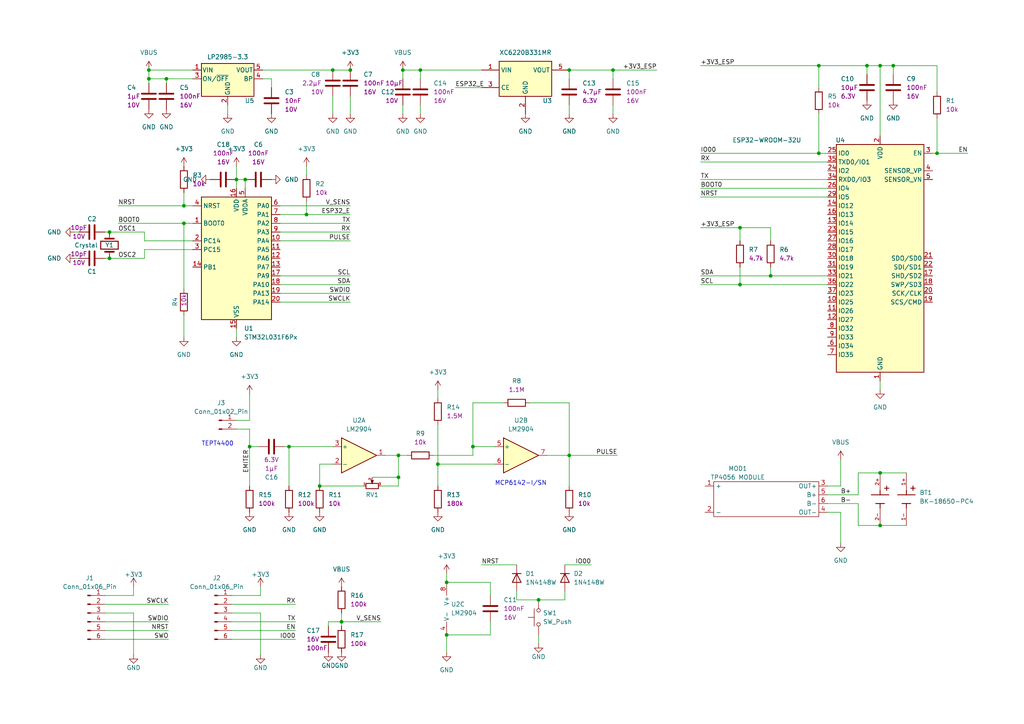
<source format=kicad_sch>
(kicad_sch (version 20230121) (generator eeschema)
  (paper "A4")
  (title_block (title "WIFI meter pulse counter") (date "2024-01-31") (rev "${Revision}") (comment 1 "JKBI"))
  (bus_alias "" (members))
  (junction (at 127 134.62))
  (junction (at 83.82 129.54))
  (junction (at 255.27 152.4))
  (junction (at 129.54 184.15))
  (junction (at 121.92 20.32))
  (junction (at 237.49 44.45))
  (junction (at 177.8 20.32))
  (junction (at 259.08 19.05))
  (junction (at 68.58 52.07))
  (junction (at 214.63 82.55))
  (junction (at 137.16 129.54))
  (junction (at 251.46 19.05))
  (junction (at 71.12 52.07))
  (junction (at 271.78 44.45))
  (junction (at 214.63 66.04))
  (junction (at 101.6 20.32))
  (junction (at 48.26 22.86))
  (junction (at 223.52 80.01))
  (junction (at 115.57 132.08))
  (junction (at 88.9 62.23))
  (junction (at 129.54 168.91))
  (junction (at 53.34 64.77))
  (junction (at 72.39 129.54))
  (junction (at 31.75 74.93))
  (junction (at 53.34 59.69))
  (junction (at 43.18 20.32))
  (junction (at 165.1 132.08))
  (junction (at 43.18 22.86))
  (junction (at 156.21 173.99))
  (junction (at 115.57 138.43))
  (junction (at 116.84 20.32))
  (junction (at 165.1 20.32))
  (junction (at 96.52 20.32))
  (junction (at 99.06 180.34))
  (junction (at 31.75 67.31))
  (junction (at 255.27 19.05))
  (junction (at 255.27 137.16))
  (junction (at 92.71 140.97))
  (junction (at 237.49 19.05))
  (wire (pts (xy 99.06 180.34) (xy 99.06 181.61)))
  (wire (pts (xy 214.63 69.85) (xy 214.63 66.04)))
  (wire (pts (xy 255.27 19.05) (xy 259.08 19.05)))
  (wire (pts (xy 74.93 129.54) (xy 72.39 129.54)))
  (wire (pts (xy 68.58 54.61) (xy 68.58 52.07)))
  (wire (pts (xy 82.55 129.54) (xy 83.82 129.54)))
  (wire (pts (xy 132.08 25.4) (xy 139.7 25.4)))
  (wire (pts (xy 271.78 44.45) (xy 270.51 44.45)))
  (wire (pts (xy 30.48 177.8) (xy 38.735 177.8)))
  (wire (pts (xy 121.92 20.32) (xy 139.7 20.32)))
  (wire (pts (xy 156.21 184.15) (xy 156.21 186.69)))
  (wire (pts (xy 96.52 129.54) (xy 83.82 129.54)))
  (wire (pts (xy 31.75 67.31) (xy 41.91 67.31)))
  (wire (pts (xy 121.92 20.32) (xy 121.92 22.86)))
  (wire (pts (xy 248.92 143.51) (xy 248.92 137.16)))
  (wire (pts (xy 243.84 140.97) (xy 243.84 133.35)))
  (wire (pts (xy 115.57 138.43) (xy 115.57 132.08)))
  (wire (pts (xy 99.06 180.34) (xy 110.49 180.34)))
  (wire (pts (xy 81.28 62.23) (xy 88.9 62.23)))
  (wire (pts (xy 75.565 172.72) (xy 75.565 170.18)))
  (wire (pts (xy 125.73 132.08) (xy 137.16 132.08)))
  (wire (pts (xy 165.1 30.48) (xy 165.1 33.02)))
  (wire (pts (xy 127 123.19) (xy 127 134.62)))
  (wire (pts (xy 41.91 67.31) (xy 41.91 69.85)))
  (wire (pts (xy 203.2 54.61) (xy 240.03 54.61)))
  (wire (pts (xy 67.31 180.34) (xy 85.725 180.34)))
  (wire (pts (xy 67.31 182.88) (xy 85.725 182.88)))
  (wire (pts (xy 81.28 80.01) (xy 101.6 80.01)))
  (wire (pts (xy 259.08 19.05) (xy 271.78 19.05)))
  (wire (pts (xy 68.58 52.07) (xy 71.12 52.07)))
  (wire (pts (xy 92.71 140.97) (xy 105.41 140.97)))
  (wire (pts (xy 30.48 185.42) (xy 48.895 185.42)))
  (wire (pts (xy 41.91 74.93) (xy 41.91 72.39)))
  (wire (pts (xy 203.2 44.45) (xy 237.49 44.45)))
  (wire (pts (xy 81.28 87.63) (xy 101.6 87.63)))
  (wire (pts (xy 30.48 175.26) (xy 48.895 175.26)))
  (wire (pts (xy 142.24 172.72) (xy 142.24 168.91)))
  (wire (pts (xy 99.06 180.34) (xy 95.25 180.34)))
  (wire (pts (xy 88.9 62.23) (xy 101.6 62.23)))
  (wire (pts (xy 149.86 173.99) (xy 156.21 173.99)))
  (wire (pts (xy 149.86 163.83) (xy 139.7 163.83)))
  (wire (pts (xy 223.52 80.01) (xy 240.03 80.01)))
  (wire (pts (xy 248.92 152.4) (xy 248.92 146.05)))
  (wire (pts (xy 72.39 124.46) (xy 68.58 124.46)))
  (wire (pts (xy 237.49 19.05) (xy 237.49 25.4)))
  (wire (pts (xy 38.735 177.8) (xy 38.735 189.865)))
  (wire (pts (xy 34.29 59.69) (xy 53.34 59.69)))
  (wire (pts (xy 251.46 19.05) (xy 255.27 19.05)))
  (wire (pts (xy 137.16 132.08) (xy 137.16 129.54)))
  (wire (pts (xy 41.91 69.85) (xy 55.88 69.85)))
  (wire (pts (xy 203.2 80.01) (xy 223.52 80.01)))
  (wire (pts (xy 142.24 168.91) (xy 129.54 168.91)))
  (wire (pts (xy 248.92 137.16) (xy 255.27 137.16)))
  (wire (pts (xy 177.8 20.32) (xy 190.5 20.32)))
  (wire (pts (xy 214.63 82.55) (xy 240.03 82.55)))
  (wire (pts (xy 203.2 52.07) (xy 240.03 52.07)))
  (wire (pts (xy 81.28 64.77) (xy 101.6 64.77)))
  (wire (pts (xy 203.2 57.15) (xy 240.03 57.15)))
  (wire (pts (xy 81.28 82.55) (xy 101.6 82.55)))
  (wire (pts (xy 111.76 132.08) (xy 115.57 132.08)))
  (wire (pts (xy 31.75 74.93) (xy 41.91 74.93)))
  (wire (pts (xy 30.48 67.31) (xy 31.75 67.31)))
  (wire (pts (xy 21.59 67.31) (xy 22.86 67.31)))
  (wire (pts (xy 107.95 138.43) (xy 115.57 138.43)))
  (wire (pts (xy 177.8 30.48) (xy 177.8 33.02)))
  (wire (pts (xy 53.34 64.77) (xy 53.34 83.82)))
  (wire (pts (xy 203.2 19.05) (xy 237.49 19.05)))
  (wire (pts (xy 163.83 173.99) (xy 163.83 171.45)))
  (wire (pts (xy 67.31 185.42) (xy 85.725 185.42)))
  (wire (pts (xy 223.52 66.04) (xy 223.52 69.85)))
  (wire (pts (xy 67.31 177.8) (xy 75.565 177.8)))
  (wire (pts (xy 240.03 143.51) (xy 248.92 143.51)))
  (wire (pts (xy 30.48 74.93) (xy 31.75 74.93)))
  (wire (pts (xy 81.28 67.31) (xy 101.6 67.31)))
  (wire (pts (xy 203.2 82.55) (xy 214.63 82.55)))
  (wire (pts (xy 96.52 134.62) (xy 92.71 134.62)))
  (wire (pts (xy 76.2 22.86) (xy 78.74 22.86)))
  (wire (pts (xy 127 113.03) (xy 127 115.57)))
  (wire (pts (xy 255.27 19.05) (xy 255.27 39.37)))
  (wire (pts (xy 165.1 116.84) (xy 165.1 132.08)))
  (wire (pts (xy 43.18 22.86) (xy 43.18 24.13)))
  (wire (pts (xy 53.34 59.69) (xy 53.34 55.88)))
  (wire (pts (xy 203.2 46.99) (xy 240.03 46.99)))
  (wire (pts (xy 223.52 77.47) (xy 223.52 80.01)))
  (wire (pts (xy 43.18 22.86) (xy 43.18 20.32)))
  (wire (pts (xy 127 134.62) (xy 143.51 134.62)))
  (wire (pts (xy 72.39 124.46) (xy 72.39 129.54)))
  (wire (pts (xy 143.51 129.54) (xy 137.16 129.54)))
  (wire (pts (xy 88.9 48.26) (xy 88.9 50.8)))
  (wire (pts (xy 21.59 74.93) (xy 22.86 74.93)))
  (wire (pts (xy 156.21 173.99) (xy 163.83 173.99)))
  (wire (pts (xy 240.03 140.97) (xy 243.84 140.97)))
  (wire (pts (xy 251.46 19.05) (xy 251.46 21.59)))
  (wire (pts (xy 83.82 129.54) (xy 83.82 140.97)))
  (wire (pts (xy 118.11 132.08) (xy 115.57 132.08)))
  (wire (pts (xy 68.58 95.25) (xy 68.58 97.79)))
  (wire (pts (xy 165.1 20.32) (xy 177.8 20.32)))
  (wire (pts (xy 55.88 64.77) (xy 53.34 64.77)))
  (wire (pts (xy 30.48 182.88) (xy 48.895 182.88)))
  (wire (pts (xy 92.71 134.62) (xy 92.71 140.97)))
  (wire (pts (xy 255.27 152.4) (xy 262.89 152.4)))
  (wire (pts (xy 67.31 172.72) (xy 75.565 172.72)))
  (wire (pts (xy 55.88 22.86) (xy 48.26 22.86)))
  (wire (pts (xy 240.03 44.45) (xy 237.49 44.45)))
  (wire (pts (xy 255.27 137.16) (xy 262.89 137.16)))
  (wire (pts (xy 142.24 180.34) (xy 142.24 184.15)))
  (wire (pts (xy 271.78 34.29) (xy 271.78 44.45)))
  (wire (pts (xy 30.48 180.34) (xy 48.895 180.34)))
  (wire (pts (xy 101.6 33.02) (xy 101.6 27.94)))
  (wire (pts (xy 271.78 19.05) (xy 271.78 26.67)))
  (wire (pts (xy 81.28 85.09) (xy 101.6 85.09)))
  (wire (pts (xy 137.16 116.84) (xy 146.05 116.84)))
  (wire (pts (xy 72.39 114.3) (xy 72.39 121.92)))
  (wire (pts (xy 116.84 30.48) (xy 116.84 33.02)))
  (wire (pts (xy 53.34 91.44) (xy 53.34 97.79)))
  (wire (pts (xy 81.28 69.85) (xy 101.6 69.85)))
  (wire (pts (xy 223.52 66.04) (xy 214.63 66.04)))
  (wire (pts (xy 163.83 163.83) (xy 171.45 163.83)))
  (wire (pts (xy 95.25 180.34) (xy 95.25 181.61)))
  (wire (pts (xy 129.54 184.15) (xy 129.54 189.23)))
  (wire (pts (xy 158.75 132.08) (xy 165.1 132.08)))
  (wire (pts (xy 214.63 77.47) (xy 214.63 82.55)))
  (wire (pts (xy 149.86 171.45) (xy 149.86 173.99)))
  (wire (pts (xy 30.48 172.72) (xy 38.735 172.72)))
  (wire (pts (xy 240.03 148.59) (xy 243.84 148.59)))
  (wire (pts (xy 67.31 175.26) (xy 85.725 175.26)))
  (wire (pts (xy 165.1 20.32) (xy 165.1 22.86)))
  (wire (pts (xy 271.78 44.45) (xy 280.67 44.45)))
  (wire (pts (xy 237.49 19.05) (xy 251.46 19.05)))
  (wire (pts (xy 41.91 72.39) (xy 55.88 72.39)))
  (wire (pts (xy 153.67 116.84) (xy 165.1 116.84)))
  (wire (pts (xy 137.16 129.54) (xy 137.16 116.84)))
  (wire (pts (xy 81.28 59.69) (xy 101.6 59.69)))
  (wire (pts (xy 78.74 22.86) (xy 78.74 25.4)))
  (wire (pts (xy 121.92 30.48) (xy 121.92 33.02)))
  (wire (pts (xy 110.49 140.97) (xy 115.57 140.97)))
  (wire (pts (xy 203.2 66.04) (xy 214.63 66.04)))
  (wire (pts (xy 165.1 132.08) (xy 165.1 140.97)))
  (wire (pts (xy 99.06 177.8) (xy 99.06 180.34)))
  (wire (pts (xy 55.88 59.69) (xy 53.34 59.69)))
  (wire (pts (xy 115.57 140.97) (xy 115.57 138.43)))
  (wire (pts (xy 142.24 184.15) (xy 129.54 184.15)))
  (wire (pts (xy 76.2 20.32) (xy 96.52 20.32)))
  (wire (pts (xy 177.8 20.32) (xy 177.8 22.86)))
  (wire (pts (xy 129.54 166.37) (xy 129.54 168.91)))
  (wire (pts (xy 48.26 22.86) (xy 43.18 22.86)))
  (wire (pts (xy 243.84 148.59) (xy 243.84 157.48)))
  (wire (pts (xy 88.9 58.42) (xy 88.9 62.23)))
  (wire (pts (xy 66.04 30.48) (xy 66.04 33.02)))
  (wire (pts (xy 43.18 20.32) (xy 55.88 20.32)))
  (wire (pts (xy 38.735 172.72) (xy 38.735 170.18)))
  (wire (pts (xy 68.58 48.26) (xy 68.58 52.07)))
  (wire (pts (xy 259.08 19.05) (xy 259.08 21.59)))
  (wire (pts (xy 116.84 20.32) (xy 121.92 20.32)))
  (wire (pts (xy 48.26 22.86) (xy 48.26 24.13)))
  (wire (pts (xy 127 134.62) (xy 127 140.97)))
  (wire (pts (xy 34.29 64.77) (xy 53.34 64.77)))
  (wire (pts (xy 248.92 146.05) (xy 240.03 146.05)))
  (wire (pts (xy 116.84 20.32) (xy 116.84 22.86)))
  (wire (pts (xy 71.12 54.61) (xy 71.12 52.07)))
  (wire (pts (xy 75.565 177.8) (xy 75.565 189.865)))
  (wire (pts (xy 96.52 20.32) (xy 101.6 20.32)))
  (wire (pts (xy 255.27 110.49) (xy 255.27 113.03)))
  (wire (pts (xy 255.27 152.4) (xy 248.92 152.4)))
  (wire (pts (xy 237.49 33.02) (xy 237.49 44.45)))
  (wire (pts (xy 165.1 132.08) (xy 179.07 132.08)))
  (wire (pts (xy 72.39 121.92) (xy 68.58 121.92)))
  (wire (pts (xy 72.39 140.97) (xy 72.39 129.54)))
  (wire (pts (xy 96.52 33.02) (xy 96.52 27.94)))
  (text "MCP6142-I/SN" (at 143.51 140.97 0) (effects (font (size 1.27 1.27)) (justify left bottom)))
  (text "TEPT4400" (at 58.42 129.54 0) (effects (font (size 1.27 1.27)) (justify left bottom)))
  (label "B-" (at 243.84 146.05 0))
  (label "NRST" (at 48.895 182.88 180))
  (label "BOOT0" (at 34.29 64.77 0))
  (label "OSC2" (at 34.29 74.93 0))
  (label "OSC1" (at 34.29 67.31 0))
  (label "B+" (at 243.84 143.51 0))
  (label "PULSE" (at 101.6 69.85 180))
  (label "+3V3_ESP" (at 203.2 19.05 0))
  (label "SWO" (at 48.895 185.42 180))
  (label "SDA" (at 203.2 80.01 0))
  (label "TX" (at 101.6 64.77 180))
  (label "RX" (at 85.725 175.26 180))
  (label "V_SENS" (at 101.6 59.69 180))
  (label "NRST" (at 203.2 57.15 0))
  (label "EN" (at 280.67 44.45 180))
  (label "SWCLK" (at 101.6 87.63 180))
  (label "SWDIO" (at 101.6 85.09 180))
  (label "NRST" (at 139.7 163.83 0))
  (label "SCL" (at 203.2 82.55 0))
  (label "SWDIO" (at 48.895 180.34 180))
  (label "IO00" (at 203.2 44.45 0))
  (label "IO00" (at 171.45 163.83 180))
  (label "PULSE" (at 179.07 132.08 180))
  (label "SWCLK" (at 48.895 175.26 180))
  (label "EN" (at 85.725 182.88 180))
  (label "NRST" (at 34.29 59.69 0))
  (label "V_SENS" (at 110.49 180.34 180))
  (label "SDA" (at 101.6 82.55 180))
  (label "RX" (at 101.6 67.31 180))
  (label "IO00" (at 85.725 185.42 180))
  (label "+3V3_ESP" (at 203.2 66.04 0))
  (label "BOOT0" (at 203.2 54.61 0))
  (label "SCL" (at 101.6 80.01 180))
  (label "+3V3_ESP" (at 190.5 20.32 180))
  (label "TX" (at 85.725 180.34 180))
  (label "EMITER" (at 72.39 137.16 90))
  (label "ESP32_E" (at 101.6 62.23 180))
  (label "ESP32_E" (at 132.08 25.4 0))
  (label "TX" (at 203.2 52.07 0))
  (label "RX" (at 203.2 46.99 0))
  (symbol (lib_id "Capacitors_SMD_0603:C0603_2.2µF_10V_X7R") (at 96.52 24.13 0) (unit 1)
    (property "Reference" "C8" (at 90.17 21.59 0) (effects (justify left)))
    (property "Value" "C0603_2.2µF_10V_X7R" (effects hide))
    (property "Footprint" "Capacitor_SMD:C_0603_1608Metric" (effects hide))
    (property "Datasheet" "https://api.kemet.com/component-edge/download/datasheet/C0603C225K8RACTU.pdf" (effects hide))
    (property "Value1" "2.2µF" (at 87.63 24.13 0) (effects (justify left)))
    (property "Description" "CAP CER 2.2UF 10V X7R 0603" (effects hide))
    (property "Manufacturer" "KEMET" (effects hide))
    (property "Manufacturer Part Number" "C0603C225K8RACTU" (effects hide))
    (property "Supplier" "Digi-Key" (effects hide))
    (property "Supplier Part Number" "399-11681-1-ND" (effects hide))
    (property "Unit Price" "0.21" (effects hide))
    (property "Package / Case" "C0603" (effects hide))
    (property "Voltage" "10V" (at 90.17 26.67 0) (effects (justify left)))
    (property "Temperature" "X7R" (effects hide))
  )
  (symbol (lib_id "Capacitors_SMD_0603:C0603_100nF_16V_X7R") (at 64.77 52.07 90) (unit 1)
    (property "Reference" "C18" (at 64.77 41.91 90))
    (property "Value" "C0603_100nF_16V_X7R" (effects hide))
    (property "Footprint" "Capacitor_SMD:C_0603_1608Metric" (effects hide))
    (property "Datasheet" "https://api.kemet.com/component-edge/download/datasheet/C0603C104J4RACTU.pdf" (effects hide))
    (property "Value1" "100nF" (at 64.77 44.45 90))
    (property "Description" "CAP CER 0.1UF 16V X7R 0603" (effects hide))
    (property "Manufacturer" "KEMET" (effects hide))
    (property "Manufacturer Part Number" "C0603C104J4RACTU" (effects hide))
    (property "Supplier" "Digi-Key" (effects hide))
    (property "Supplier Part Number" "399-1097-1-ND" (effects hide))
    (property "Unit Price" "0.11" (effects hide))
    (property "Package / Case" "C0603" (effects hide))
    (property "Voltage" "16V" (at 64.77 46.99 90))
    (property "Temperature" "X7R" (effects hide))
  )
  (symbol (lib_id "power:GND") (at 66.04 33.02 0) (mirror y) (unit 1)
    (property "Reference" "#PWR020" (effects hide))
    (property "Value" "GND" (at 66.04 38.1 0))
  )
  (symbol (lib_id "Resistors_SMD_0603:R0603_100k_1%_100mW_100PPM_AC") (at 99.06 185.42 0) (unit 1)
    (property "Reference" "R17" (at 101.6 184.15 0) (effects (justify left)))
    (property "Value" "R0603_100k_1%_100mW_100PPM_AC" (effects hide))
    (property "Footprint" "Resistor_SMD:R_0603_1608Metric" (effects hide))
    (property "Datasheet" "http://www.yageo.com/NewPortal/yageodocoutput?fileName=/pdf/R-Chip/PYu-AC_51_RoHS_L_6.pdf" (effects hide))
    (property "Value1" "100k" (at 101.6 186.69 0) (effects (justify left)))
    (property "Description" "RES SMD 100K OHM 1% 1/10W 0603" (effects hide))
    (property "Manufacturer" "Yageo" (effects hide))
    (property "Manufacturer Part Number" "AC0603FR-07100KL" (effects hide))
    (property "Supplier" "Digi-Key" (effects hide))
    (property "Supplier Part Number" "311-100KLDCT-ND" (effects hide))
    (property "Unit Price" "0.08" (effects hide))
    (property "Package / Case" "R0603" (effects hide))
  )
  (symbol (lib_id "SNES:TP4056_MODULE") (at 204.47 140.97 0) (unit 1)
    (property "Reference" "MOD1" (at 213.995 135.89 0))
    (property "Value" "TP4056 MODULE" (at 213.995 138.43 0))
    (property "Footprint" "TP4056-Module:TP4056-Module" (effects hide))
  )
  (symbol (lib_id "Device:R_Potentiometer_Small") (at 107.95 140.97 90) (unit 1)
    (property "Reference" "RV1" (at 107.95 143.51 90))
    (property "Value" "R_Potentiometer_Small" (effects hide))
    (property "Footprint" "Potentiometer_THT:Potentiometer_Bourns_3266Y_Vertical" (effects hide))
  )
  (symbol (lib_id "MCU_ST_STM32L0:STM32L031F6Px") (at 68.58 74.93 0) (unit 1)
    (property "Reference" "U1" (at 70.7741 95.25 0) (effects (justify left)))
    (property "Value" "STM32L031F6Px" (at 70.7741 97.79 0) (effects (justify left)))
    (property "Footprint" "Package_SO:TSSOP-20_4.4x6.5mm_P0.65mm" (effects hide))
    (property "Datasheet" "https://www.st.com/resource/en/datasheet/stm32l031f6.pdf" (effects hide))
  )
  (symbol (lib_id "Switch:SW_Push") (at 156.21 179.07 90) (unit 1)
    (property "Reference" "SW1" (at 157.48 177.8 90) (effects (justify right)))
    (property "Value" "SW_Push" (at 157.48 180.34 90) (effects (justify right)))
    (property "Footprint" "Button_Switch_THT:SW_PUSH_6mm_H4.3mm" (effects hide))
  )
  (symbol (lib_id "Capacitors_SMD_0603:C0603_100nF_16V_X7R") (at 142.24 176.53 0) (unit 1)
    (property "Reference" "C11" (at 146.05 173.99 0) (effects (justify left)))
    (property "Value" "C0603_100nF_16V_X7R" (effects hide))
    (property "Footprint" "Capacitor_SMD:C_0603_1608Metric" (effects hide))
    (property "Datasheet" "https://api.kemet.com/component-edge/download/datasheet/C0603C104J4RACTU.pdf" (effects hide))
    (property "Value1" "100nF" (at 146.05 176.53 0) (effects (justify left)))
    (property "Description" "CAP CER 0.1UF 16V X7R 0603" (effects hide))
    (property "Manufacturer" "KEMET" (effects hide))
    (property "Manufacturer Part Number" "C0603C104J4RACTU" (effects hide))
    (property "Supplier" "Digi-Key" (effects hide))
    (property "Supplier Part Number" "399-1097-1-ND" (effects hide))
    (property "Unit Price" "0.11" (effects hide))
    (property "Package / Case" "C0603" (effects hide))
    (property "Voltage" "16V" (at 146.05 179.07 0) (effects (justify left)))
    (property "Temperature" "X7R" (effects hide))
  )
  (symbol (lib_id "Resistors_SMD_0402:R0402_10k_1%_62.5mW_100PPM_AC") (at 237.49 29.21 0) (unit 1)
    (property "Reference" "R5" (at 240.03 27.94 0) (effects (justify left)))
    (property "Value" "R0402_10k_1%_62.5mW_100PPM_AC" (effects hide))
    (property "Footprint" "Resistor_SMD:R_0402_1005Metric" (effects hide))
    (property "Datasheet" "http://www.yageo.com/NewPortal/yageodocoutput?fileName=/pdf/R-Chip/PYu-AC_51_RoHS_L_6.pdf" (effects hide))
    (property "Value1" "10k" (at 240.03 30.48 0) (effects (justify left)))
    (property "Description" "RES SMD 10K OHM 1% 1/16W 0402" (effects hide))
    (property "Manufacturer" "Yageo" (effects hide))
    (property "Manufacturer Part Number" "AC0402FR-0710KL" (effects hide))
    (property "Supplier" "Digi-Key" (effects hide))
    (property "Supplier Part Number" "YAG3436CT-ND" (effects hide))
    (property "Unit Price" "0.08" (effects hide))
    (property "Package / Case" "R0402" (effects hide))
  )
  (symbol (lib_id "Resistors_SMD_0402:R0402_10k_1%_62.5mW_100PPM_AC") (at 53.34 52.07 0) (unit 1)
    (property "Reference" "R3" (at 55.88 50.8 0) (effects (justify left)))
    (property "Value" "R0402_10k_1%_62.5mW_100PPM_AC" (effects hide))
    (property "Footprint" "Resistor_SMD:R_0402_1005Metric" (effects hide))
    (property "Datasheet" "http://www.yageo.com/NewPortal/yageodocoutput?fileName=/pdf/R-Chip/PYu-AC_51_RoHS_L_6.pdf" (effects hide))
    (property "Value1" "10k" (at 55.88 53.34 0) (effects (justify left)))
    (property "Description" "RES SMD 10K OHM 1% 1/16W 0402" (effects hide))
    (property "Manufacturer" "Yageo" (effects hide))
    (property "Manufacturer Part Number" "AC0402FR-0710KL" (effects hide))
    (property "Supplier" "Digi-Key" (effects hide))
    (property "Supplier Part Number" "YAG3436CT-ND" (effects hide))
    (property "Unit Price" "0.08" (effects hide))
    (property "Package / Case" "R0402" (effects hide))
  )
  (symbol (lib_id "Regulator_Linear:LP2985-3.3") (at 66.04 22.86 0) (unit 1)
    (property "Reference" "U5" (at 72.39 29.21 0))
    (property "Value" "LP2985-3.3" (at 66.04 16.51 0))
    (property "Footprint" "Package_TO_SOT_SMD:SOT-23-5" (effects hide))
    (property "Datasheet" "http://www.ti.com/lit/ds/symlink/lp2985.pdf" (effects hide))
  )
  (symbol (lib_id "Capacitors_SMD_0805:C0805_10µF_10V_X7R") (at 116.84 26.67 0) (unit 1)
    (property "Reference" "C12" (at 110.49 26.67 0) (effects (justify left)))
    (property "Value" "C0805_10µF_10V_X7R" (effects hide))
    (property "Footprint" "Capacitor_SMD:C_0805_2012Metric" (effects hide))
    (property "Datasheet" "https://api.kemet.com/component-edge/download/datasheet/C0805C106K8RACTU.pdf" (effects hide))
    (property "Value1" "10µF" (at 111.76 24.13 0) (effects (justify left)))
    (property "Description" "CAP CER 10UF 10V X7R 0805" (effects hide))
    (property "Manufacturer" "KEMET" (effects hide))
    (property "Manufacturer Part Number" "C0805C106K8RACTU" (effects hide))
    (property "Supplier" "Digi-Key" (effects hide))
    (property "Supplier Part Number" "399-7411-1-ND" (effects hide))
    (property "Unit Price" "0.37" (effects hide))
    (property "Package / Case" "C0805" (effects hide))
    (property "Voltage" "10V" (at 111.76 29.21 0) (effects (justify left)))
    (property "Temperature" "X7R" (effects hide))
  )
  (symbol (lib_id "Capacitors_SMD_0805:C0805_4.7µF_6.3V_X7R") (at 165.1 26.67 0) (unit 1)
    (property "Reference" "C13" (at 168.91 24.13 0) (effects (justify left)))
    (property "Value" "C0805_4.7µF_6.3V_X7R" (effects hide))
    (property "Footprint" "Capacitor_SMD:C_0805_2012Metric" (effects hide))
    (property "Datasheet" "https://api.kemet.com/component-edge/download/datasheet/C0805C475K9RACTU.pdf" (effects hide))
    (property "Value1" "4.7µF" (at 168.91 26.67 0) (effects (justify left)))
    (property "Description" "CAP CER 4.7UF 6.3V X7R 0805" (effects hide))
    (property "Manufacturer" "KEMET" (effects hide))
    (property "Manufacturer Part Number" "C0805C475K9RACTU" (effects hide))
    (property "Supplier" "Digi-Key" (effects hide))
    (property "Supplier Part Number" "399-7417-1-ND" (effects hide))
    (property "Unit Price" "0.4" (effects hide))
    (property "Package / Case" "C0805" (effects hide))
    (property "Voltage" "6.3V" (at 168.91 29.21 0) (effects (justify left)))
    (property "Temperature" "X7R" (effects hide))
  )
  (symbol (lib_id "power:GND") (at 68.58 97.79 0) (unit 1)
    (property "Reference" "#PWR02" (effects hide))
    (property "Value" "GND" (at 68.58 102.87 0))
  )
  (symbol (lib_id "power:GND") (at 121.92 33.02 0) (unit 1)
    (property "Reference" "#PWR037" (effects hide))
    (property "Value" "GND" (at 121.92 38.1 0))
  )
  (symbol (lib_id "power:+3V3") (at 68.58 48.26 0) (unit 1)
    (property "Reference" "#PWR01" (effects hide))
    (property "Value" "+3V3" (at 68.58 43.18 0))
  )
  (symbol (lib_id "Capacitors_SMD_0603:C0603_100nF_16V_X7R") (at 48.26 27.94 0) (unit 1)
    (property "Reference" "C5" (at 52.07 25.4 0) (effects (justify left)))
    (property "Value" "C0603_100nF_16V_X7R" (effects hide))
    (property "Footprint" "Capacitor_SMD:C_0603_1608Metric" (effects hide))
    (property "Datasheet" "https://api.kemet.com/component-edge/download/datasheet/C0603C104J4RACTU.pdf" (effects hide))
    (property "Value1" "100nF" (at 52.07 27.94 0) (effects (justify left)))
    (property "Description" "CAP CER 0.1UF 16V X7R 0603" (effects hide))
    (property "Manufacturer" "KEMET" (effects hide))
    (property "Manufacturer Part Number" "C0603C104J4RACTU" (effects hide))
    (property "Supplier" "Digi-Key" (effects hide))
    (property "Supplier Part Number" "399-1097-1-ND" (effects hide))
    (property "Unit Price" "0.11" (effects hide))
    (property "Package / Case" "C0603" (effects hide))
    (property "Voltage" "16V" (at 52.07 30.48 0) (effects (justify left)))
    (property "Temperature" "X7R" (effects hide))
  )
  (symbol (lib_id "power:GND") (at 129.54 189.23 0) (unit 1)
    (property "Reference" "#PWR016" (effects hide))
    (property "Value" "GND" (at 129.54 194.31 0))
  )
  (symbol (lib_id "power:GND") (at 165.1 33.02 0) (unit 1)
    (property "Reference" "#PWR038" (effects hide))
    (property "Value" "GND" (at 165.1 38.1 0))
  )
  (symbol (lib_id "power:GND") (at 75.565 189.865 0) (mirror y) (unit 1)
    (property "Reference" "#PWR018" (effects hide))
    (property "Value" "GND" (at 75.565 193.675 0))
  )
  (symbol (lib_id "power:GND") (at 165.1 148.59 0) (unit 1)
    (property "Reference" "#PWR034" (effects hide))
    (property "Value" "GND" (at 165.1 153.67 0))
  )
  (symbol (lib_id "power:GND") (at 60.96 52.07 270) (unit 1)
    (property "Reference" "#PWR045" (effects hide))
    (property "Value" "GND" (at 57.15 52.07 90) (effects (justify right)))
  )
  (symbol (lib_id "power:+3V3") (at 38.735 170.18 0) (mirror y) (unit 1)
    (property "Reference" "#PWR06" (effects hide))
    (property "Value" "+3V3" (at 38.735 166.624 0))
  )
  (symbol (lib_id "power:+3V3") (at 127 113.03 0) (unit 1)
    (property "Reference" "#PWR035" (effects hide))
    (property "Value" "+3V3" (at 127 107.95 0))
  )
  (symbol (lib_id "Resistors_SMD_0603:R0603_100k_1%_100mW_100PPM_AC") (at 72.39 144.78 0) (unit 1)
    (property "Reference" "R15" (at 74.93 143.51 0) (effects (justify left)))
    (property "Value" "R0603_100k_1%_100mW_100PPM_AC" (effects hide))
    (property "Footprint" "Resistor_SMD:R_0603_1608Metric" (effects hide))
    (property "Datasheet" "http://www.yageo.com/NewPortal/yageodocoutput?fileName=/pdf/R-Chip/PYu-AC_51_RoHS_L_6.pdf" (effects hide))
    (property "Value1" "100k" (at 74.93 146.05 0) (effects (justify left)))
    (property "Description" "RES SMD 100K OHM 1% 1/10W 0603" (effects hide))
    (property "Manufacturer" "Yageo" (effects hide))
    (property "Manufacturer Part Number" "AC0603FR-07100KL" (effects hide))
    (property "Supplier" "Digi-Key" (effects hide))
    (property "Supplier Part Number" "311-100KLDCT-ND" (effects hide))
    (property "Unit Price" "0.08" (effects hide))
    (property "Package / Case" "R0603" (effects hide))
  )
  (symbol (lib_id "Device:Crystal") (at 31.75 71.12 90) (unit 1)
    (property "Reference" "Y1" (at 30.48 71.12 90) (effects (justify right)))
    (property "Value" "Crystal" (at 21.59 71.12 90) (effects (justify right)))
    (property "Footprint" "Crystal:Crystal_AT310_D3.0mm_L10.0mm_Horizontal" (effects hide))
  )
  (symbol (lib_id "Resistors_SMD_0603:R0603_100k_1%_100mW_100PPM_AC") (at 99.06 173.99 0) (unit 1)
    (property "Reference" "R16" (at 101.6 172.72 0) (effects (justify left)))
    (property "Value" "R0603_100k_1%_100mW_100PPM_AC" (effects hide))
    (property "Footprint" "Resistor_SMD:R_0603_1608Metric" (effects hide))
    (property "Datasheet" "http://www.yageo.com/NewPortal/yageodocoutput?fileName=/pdf/R-Chip/PYu-AC_51_RoHS_L_6.pdf" (effects hide))
    (property "Value1" "100k" (at 101.6 175.26 0) (effects (justify left)))
    (property "Description" "RES SMD 100K OHM 1% 1/10W 0603" (effects hide))
    (property "Manufacturer" "Yageo" (effects hide))
    (property "Manufacturer Part Number" "AC0603FR-07100KL" (effects hide))
    (property "Supplier" "Digi-Key" (effects hide))
    (property "Supplier Part Number" "311-100KLDCT-ND" (effects hide))
    (property "Unit Price" "0.08" (effects hide))
    (property "Package / Case" "R0603" (effects hide))
  )
  (symbol (lib_id "Capacitors_SMD_0603:C0603_100nF_16V_X7R") (at 74.93 52.07 90) (unit 1)
    (property "Reference" "C6" (at 74.93 41.91 90))
    (property "Value" "C0603_100nF_16V_X7R" (effects hide))
    (property "Footprint" "Capacitor_SMD:C_0603_1608Metric" (effects hide))
    (property "Datasheet" "https://api.kemet.com/component-edge/download/datasheet/C0603C104J4RACTU.pdf" (effects hide))
    (property "Value1" "100nF" (at 74.93 44.45 90))
    (property "Description" "CAP CER 0.1UF 16V X7R 0603" (effects hide))
    (property "Manufacturer" "KEMET" (effects hide))
    (property "Manufacturer Part Number" "C0603C104J4RACTU" (effects hide))
    (property "Supplier" "Digi-Key" (effects hide))
    (property "Supplier Part Number" "399-1097-1-ND" (effects hide))
    (property "Unit Price" "0.11" (effects hide))
    (property "Package / Case" "C0603" (effects hide))
    (property "Voltage" "16V" (at 74.93 46.99 90))
    (property "Temperature" "X7R" (effects hide))
  )
  (symbol (lib_id "RF_Module:ESP32-WROOM-32U") (at 255.27 74.93 0) (mirror y) (unit 1)
    (property "Reference" "U4" (at 245.11 40.64 0) (effects (justify left)))
    (property "Value" "ESP32-WROOM-32U" (at 232.41 40.64 0) (effects (justify left)))
    (property "Footprint" "RF_Module:ESP32-WROOM-32U" (effects hide))
    (property "Datasheet" "https://www.espressif.com/sites/default/files/documentation/esp32-wroom-32d_esp32-wroom-32u_datasheet_en.pdf" (effects hide))
  )
  (symbol (lib_id "power:GND") (at 116.84 33.02 0) (unit 1)
    (property "Reference" "#PWR036" (effects hide))
    (property "Value" "GND" (at 116.84 38.1 0))
  )
  (symbol (lib_id "power:GND") (at 101.6 33.02 0) (mirror y) (unit 1)
    (property "Reference" "#PWR027" (effects hide))
    (property "Value" "GND" (at 101.6 38.1 0))
  )
  (symbol (lib_id "power:GND") (at 78.74 33.02 0) (mirror y) (unit 1)
    (property "Reference" "#PWR022" (effects hide))
    (property "Value" "GND" (at 78.74 38.1 0))
  )
  (symbol (lib_id "power:GND") (at 78.74 52.07 90) (unit 1)
    (property "Reference" "#PWR030" (effects hide))
    (property "Value" "GND" (at 82.55 52.07 90) (effects (justify right)))
  )
  (symbol (lib_id "Diode:1N4148W") (at 163.83 167.64 270) (unit 1)
    (property "Reference" "D2" (at 166.37 166.37 90) (effects (justify left)))
    (property "Value" "1N4148W" (at 166.37 168.91 90) (effects (justify left)))
    (property "Footprint" "Diode_SMD:D_SOD-123" (effects hide))
    (property "Datasheet" "https://www.vishay.com/docs/85748/1n4148w.pdf" (effects hide))
    (property "Sim.Device" "D" (effects hide))
    (property "Sim.Pins" "1=K 2=A" (effects hide))
  )
  (symbol (lib_id "Amplifier_Operational:LM2904") (at 151.13 132.08 0) (unit 2)
    (property "Reference" "U2" (at 151.13 121.92 0))
    (property "Value" "LM2904" (at 151.13 124.46 0))
    (property "Footprint" "Package_SO:SOIC-8_3.9x4.9mm_P1.27mm" (effects hide))
    (property "Datasheet" "http://www.ti.com/lit/ds/symlink/lm358.pdf" (effects hide))
  )
  (symbol (lib_id "Capacitors_SMD_0603:C0603_10pF_10V_X7R") (at 26.67 67.31 90) (unit 1)
    (property "Reference" "C2" (at 26.67 63.5 90))
    (property "Value" "C0603_10pF_10V_X7R" (effects hide))
    (property "Footprint" "Capacitor_SMD:C_0603_1608Metric" (effects hide))
    (property "Datasheet" "https://api.kemet.com/component-edge/download/datasheet/C0603C100K8RAC7867.pdf" (effects hide))
    (property "Value1" "10pF" (at 22.86 66.04 90))
    (property "Description" "CAP CER SMD 0603 10PF 10% X7R 10" (effects hide))
    (property "Manufacturer" "KEMET" (effects hide))
    (property "Manufacturer Part Number" "C0603C100K8RAC7867" (effects hide))
    (property "Supplier" "Digi-Key" (effects hide))
    (property "Supplier Part Number" "399-17563-1-ND" (effects hide))
    (property "Unit Price" "0.24" (effects hide))
    (property "Package / Case" "C0603" (effects hide))
    (property "Voltage" "10V" (at 22.86 68.58 90))
    (property "Temperature" "X7R" (effects hide))
  )
  (symbol (lib_id "BK-18650-PC4:BK-18650-PC4") (at 260.35 144.78 270) (unit 1)
    (property "Reference" "BT1" (at 266.7 142.875 90) (effects (justify left)))
    (property "Value" "BK-18650-PC4" (at 266.7 145.415 90) (effects (justify left)))
    (property "Footprint" "BK-18650-PC4:BAT_BK-18650-PC4" (effects hide))
    (property "MF" "MPD (Memory Protection Devices)" (effects hide))
    (property "MAXIMUM_PACKAGE_HEIGHT" "21.54 mm" (effects hide))
    (property "Package" "None" (effects hide))
    (property "Price" "None" (effects hide))
    (property "Check_prices" "https://www.snapeda.com/parts/BK-18650-PC4/Memory+Protection+Devices/view-part/?ref=eda" (effects hide))
    (property "STANDARD" "Manufacturer Recommendations" (effects hide))
    (property "PARTREV" "K" (effects hide))
    (property "SnapEDA_Link" "https://www.snapeda.com/parts/BK-18650-PC4/Memory+Protection+Devices/view-part/?ref=snap" (effects hide))
    (property "MP" "BK-18650-PC4" (effects hide))
    (property "Description" "\nBattery Holder (Open) 18650 2 Cell PC Pin\n" (effects hide))
    (property "Availability" "In Stock" (effects hide))
    (property "MANUFACTURER" "MPD" (effects hide))
  )
  (symbol (lib_id "Capacitors_SMD_0603:C0603_100nF_16V_X7R") (at 121.92 26.67 0) (unit 1)
    (property "Reference" "C14" (at 125.73 24.13 0) (effects (justify left)))
    (property "Value" "C0603_100nF_16V_X7R" (effects hide))
    (property "Footprint" "Capacitor_SMD:C_0603_1608Metric" (effects hide))
    (property "Datasheet" "https://api.kemet.com/component-edge/download/datasheet/C0603C104J4RACTU.pdf" (effects hide))
    (property "Value1" "100nF" (at 125.73 26.67 0) (effects (justify left)))
    (property "Description" "CAP CER 0.1UF 16V X7R 0603" (effects hide))
    (property "Manufacturer" "KEMET" (effects hide))
    (property "Manufacturer Part Number" "C0603C104J4RACTU" (effects hide))
    (property "Supplier" "Digi-Key" (effects hide))
    (property "Supplier Part Number" "399-1097-1-ND" (effects hide))
    (property "Unit Price" "0.11" (effects hide))
    (property "Package / Case" "C0603" (effects hide))
    (property "Voltage" "16V" (at 125.73 29.21 0) (effects (justify left)))
    (property "Temperature" "X7R" (effects hide))
  )
  (symbol (lib_id "power:GND") (at 43.18 31.75 0) (mirror y) (unit 1)
    (property "Reference" "#PWR024" (effects hide))
    (property "Value" "GND" (at 43.18 36.83 0))
  )
  (symbol (lib_id "Resistors_SMD_0603:R0603_10k_1%_100mW_100PPM_AC") (at 92.71 144.78 0) (unit 1)
    (property "Reference" "R11" (at 95.25 143.51 0) (effects (justify left)))
    (property "Value" "R0603_10k_1%_100mW_100PPM_AC" (effects hide))
    (property "Footprint" "Resistor_SMD:R_0603_1608Metric" (effects hide))
    (property "Datasheet" "http://www.yageo.com/NewPortal/yageodocoutput?fileName=/pdf/R-Chip/PYu-AC_51_RoHS_L_6.pdf" (effects hide))
    (property "Value1" "10k" (at 95.25 146.05 0) (effects (justify left)))
    (property "Description" "RES SMD 10K OHM 1% 1/10W 0603" (effects hide))
    (property "Manufacturer" "Yageo" (effects hide))
    (property "Manufacturer Part Number" "AC0603FR-0710KL" (effects hide))
    (property "Supplier" "Digi-Key" (effects hide))
    (property "Supplier Part Number" "311-10KLDCT-ND" (effects hide))
    (property "Unit Price" "0.08" (effects hide))
    (property "Package / Case" "R0603" (effects hide))
  )
  (symbol (lib_id "Resistors_SMD_0603:R0603_4.7k_1%_100mW_100PPM_AC") (at 223.52 73.66 0) (unit 1)
    (property "Reference" "R6" (at 226.06 72.39 0) (effects (justify left)))
    (property "Value" "R0603_4.7k_1%_100mW_100PPM_AC" (effects hide))
    (property "Footprint" "Resistor_SMD:R_0603_1608Metric" (effects hide))
    (property "Datasheet" "http://www.yageo.com/NewPortal/yageodocoutput?fileName=/pdf/R-Chip/PYu-AC_51_RoHS_L_6.pdf" (effects hide))
    (property "Value1" "4.7k" (at 226.06 74.93 0) (effects (justify left)))
    (property "Description" "RES SMD 4.7K OHM 1% 1/10W 0603" (effects hide))
    (property "Manufacturer" "Yageo" (effects hide))
    (property "Manufacturer Part Number" "AC0603FR-074K7L" (effects hide))
    (property "Supplier" "Digi-Key" (effects hide))
    (property "Supplier Part Number" "YAG3613CT-ND" (effects hide))
    (property "Unit Price" "0.08" (effects hide))
    (property "Package / Case" "R0603" (effects hide))
  )
  (symbol (lib_id "power:GND") (at 177.8 33.02 0) (unit 1)
    (property "Reference" "#PWR039" (effects hide))
    (property "Value" "GND" (at 177.8 38.1 0))
  )
  (symbol (lib_id "power:GND") (at 38.735 189.865 0) (mirror y) (unit 1)
    (property "Reference" "#PWR07" (effects hide))
    (property "Value" "GND" (at 38.735 193.675 0))
  )
  (symbol (lib_id "power:+3V3") (at 129.54 166.37 0) (unit 1)
    (property "Reference" "#PWR015" (effects hide))
    (property "Value" "+3V3" (at 129.54 161.29 0))
  )
  (symbol (lib_id "Resistors_SMD_0603:R0603_1.1M_1%_100mW_100PPM_RC") (at 149.86 116.84 90) (unit 1)
    (property "Reference" "R8" (at 149.86 110.49 90))
    (property "Value" "R0603_1.1M_1%_100mW_100PPM_RC" (effects hide))
    (property "Footprint" "Resistor_SMD:R_0603_1608Metric" (effects hide))
    (property "Datasheet" "http://www.yageo.com/documents/recent/PYu-RC_Group_51_RoHS_L_10.pdf" (effects hide))
    (property "Value1" "1.1M" (at 149.86 113.03 90))
    (property "Description" "RES SMD 1.1M OHM 1% 1/10W 0603" (effects hide))
    (property "Manufacturer" "Yageo" (effects hide))
    (property "Manufacturer Part Number" "RC0603FR-071M1L" (effects hide))
    (property "Supplier" "Digi-Key" (effects hide))
    (property "Supplier Part Number" "YAG3324CT-ND" (effects hide))
    (property "Unit Price" "0.08" (effects hide))
    (property "Package / Case" "R0603" (effects hide))
  )
  (symbol (lib_id "power:GND") (at 259.08 29.21 0) (mirror y) (unit 1)
    (property "Reference" "#PWR028" (effects hide))
    (property "Value" "GND" (at 259.08 34.29 0))
  )
  (symbol (lib_id "power:GND") (at 255.27 113.03 0) (mirror y) (unit 1)
    (property "Reference" "#PWR03" (effects hide))
    (property "Value" "GND" (at 255.27 118.11 0))
  )
  (symbol (lib_id "Resistors_SMD_0603:R0603_180k_1%_100mW_100PPM_AC") (at 127 144.78 0) (unit 1)
    (property "Reference" "R13" (at 129.54 143.51 0) (effects (justify left)))
    (property "Value" "R0603_180k_1%_100mW_100PPM_AC" (effects hide))
    (property "Footprint" "Resistor_SMD:R_0603_1608Metric" (effects hide))
    (property "Datasheet" "http://www.yageo.com/NewPortal/yageodocoutput?fileName=/pdf/R-Chip/PYu-AC_51_RoHS_L_6.pdf" (effects hide))
    (property "Value1" "180k" (at 129.54 146.05 0) (effects (justify left)))
    (property "Description" "RES SMD 180K OHM 1% 1/10W 0603" (effects hide))
    (property "Manufacturer" "Yageo" (effects hide))
    (property "Manufacturer Part Number" "AC0603FR-07180KL" (effects hide))
    (property "Supplier" "Digi-Key" (effects hide))
    (property "Supplier Part Number" "311-180KLDCT-ND" (effects hide))
    (property "Unit Price" "0.08" (effects hide))
    (property "Package / Case" "R0603" (effects hide))
  )
  (symbol (lib_id "Capacitors_SMD_0603:C0603_100nF_16V_X7R") (at 101.6 24.13 0) (unit 1)
    (property "Reference" "C7" (at 105.41 21.59 0) (effects (justify left)))
    (property "Value" "C0603_100nF_16V_X7R" (effects hide))
    (property "Footprint" "Capacitor_SMD:C_0603_1608Metric" (effects hide))
    (property "Datasheet" "https://api.kemet.com/component-edge/download/datasheet/C0603C104J4RACTU.pdf" (effects hide))
    (property "Value1" "100nF" (at 105.41 24.13 0) (effects (justify left)))
    (property "Description" "CAP CER 0.1UF 16V X7R 0603" (effects hide))
    (property "Manufacturer" "KEMET" (effects hide))
    (property "Manufacturer Part Number" "C0603C104J4RACTU" (effects hide))
    (property "Supplier" "Digi-Key" (effects hide))
    (property "Supplier Part Number" "399-1097-1-ND" (effects hide))
    (property "Unit Price" "0.11" (effects hide))
    (property "Package / Case" "C0603" (effects hide))
    (property "Voltage" "16V" (at 105.41 26.67 0) (effects (justify left)))
    (property "Temperature" "X7R" (effects hide))
  )
  (symbol (lib_id "Capacitors_SMD_0603:C0603_10nF_10V_X7R") (at 78.74 29.21 0) (unit 1)
    (property "Reference" "C3" (at 82.55 26.67 0) (effects (justify left)))
    (property "Value" "C0603_10nF_10V_X7R" (effects hide))
    (property "Footprint" "Capacitor_SMD:C_0603_1608Metric" (effects hide))
    (property "Datasheet" "https://api.kemet.com/component-edge/download/datasheet/C0603C103K8RACTU.pdf" (effects hide))
    (property "Value1" "10nF" (at 82.55 29.21 0) (effects (justify left)))
    (property "Description" "CAP CER 10nF 10V X7R 0603" (effects hide))
    (property "Manufacturer" "KEMET" (effects hide))
    (property "Manufacturer Part Number" "C0603C103K8RACTU" (effects hide))
    (property "Supplier" "Digi-Key" (effects hide))
    (property "Supplier Part Number" "399-11132-1-ND" (effects hide))
    (property "Unit Price" "0.09" (effects hide))
    (property "Package / Case" "C0603" (effects hide))
    (property "Voltage" "10V" (at 82.55 31.75 0) (effects (justify left)))
    (property "Temperature" "X7R" (effects hide))
  )
  (symbol (lib_id "power:GND") (at 21.59 74.93 270) (unit 1)
    (property "Reference" "#PWR012" (effects hide))
    (property "Value" "GND" (at 17.78 74.93 90) (effects (justify right)))
  )
  (symbol (lib_id "power:GND") (at 96.52 33.02 0) (mirror y) (unit 1)
    (property "Reference" "#PWR026" (effects hide))
    (property "Value" "GND" (at 96.52 38.1 0))
  )
  (symbol (lib_id "Amplifier_Operational:LM2904") (at 132.08 176.53 0) (unit 3)
    (property "Reference" "U2" (at 130.81 175.26 0) (effects (justify left)))
    (property "Value" "LM2904" (at 130.81 177.8 0) (effects (justify left)))
    (property "Footprint" "Package_SO:SOIC-8_3.9x4.9mm_P1.27mm" (effects hide))
    (property "Datasheet" "http://www.ti.com/lit/ds/symlink/lm358.pdf" (effects hide))
  )
  (symbol (lib_id "Resistors_SMD_0603:R0603_10k_1%_100mW_100PPM_AC") (at 165.1 144.78 0) (unit 1)
    (property "Reference" "R10" (at 167.64 143.51 0) (effects (justify left)))
    (property "Value" "R0603_10k_1%_100mW_100PPM_AC" (effects hide))
    (property "Footprint" "Resistor_SMD:R_0603_1608Metric" (effects hide))
    (property "Datasheet" "http://www.yageo.com/NewPortal/yageodocoutput?fileName=/pdf/R-Chip/PYu-AC_51_RoHS_L_6.pdf" (effects hide))
    (property "Value1" "10k" (at 167.64 146.05 0) (effects (justify left)))
    (property "Description" "RES SMD 10K OHM 1% 1/10W 0603" (effects hide))
    (property "Manufacturer" "Yageo" (effects hide))
    (property "Manufacturer Part Number" "AC0603FR-0710KL" (effects hide))
    (property "Supplier" "Digi-Key" (effects hide))
    (property "Supplier Part Number" "311-10KLDCT-ND" (effects hide))
    (property "Unit Price" "0.08" (effects hide))
    (property "Package / Case" "R0603" (effects hide))
  )
  (symbol (lib_id "Capacitors_SMD_0805:C0805_1µF_10V_X7R") (at 43.18 27.94 0) (unit 1)
    (property "Reference" "C4" (at 36.83 25.4 0) (effects (justify left)))
    (property "Value" "C0805_1µF_10V_X7R" (effects hide))
    (property "Footprint" "Capacitor_SMD:C_0805_2012Metric" (effects hide))
    (property "Datasheet" "https://content.kemet.com/datasheets/KEM_C1002_X7R_SMD.pdf" (effects hide))
    (property "Value1" "1µF" (at 36.83 27.94 0) (effects (justify left)))
    (property "Description" "CAP CER SMD 0805 1UF 10V 10% X7R" (effects hide))
    (property "Manufacturer" "KEMET" (effects hide))
    (property "Manufacturer Part Number" "C0805C105K8RAC7025" (effects hide))
    (property "Supplier" "Digi-Key" (effects hide))
    (property "Supplier Part Number" "399-17619-1-ND" (effects hide))
    (property "Unit Price" "0.19" (effects hide))
    (property "Package / Case" "C0805" (effects hide))
    (property "Voltage" "10V" (at 36.83 30.48 0) (effects (justify left)))
    (property "Temperature" "X7R" (effects hide))
  )
  (symbol (lib_id "power:GND") (at 92.71 148.59 0) (unit 1)
    (property "Reference" "#PWR032" (effects hide))
    (property "Value" "GND" (at 92.71 153.67 0))
  )
  (symbol (lib_id "Connector:Conn_01x06_Pin") (at 25.4 177.8 0) (unit 1)
    (property "Reference" "J1" (at 26.035 167.64 0))
    (property "Value" "Conn_01x06_Pin" (at 26.035 170.18 0))
    (property "Footprint" "Connector_PinHeader_2.54mm:PinHeader_1x06_P2.54mm_Horizontal" (effects hide))
  )
  (symbol (lib_id "power:VBUS") (at 116.84 20.32 0) (unit 1)
    (property "Reference" "#PWR04" (effects hide))
    (property "Value" "VBUS" (at 116.84 15.24 0))
  )
  (symbol (lib_id "Resistors_SMD_0603:R0603_4.7k_1%_100mW_100PPM_AC") (at 214.63 73.66 0) (unit 1)
    (property "Reference" "R7" (at 217.17 72.39 0) (effects (justify left)))
    (property "Value" "R0603_4.7k_1%_100mW_100PPM_AC" (effects hide))
    (property "Footprint" "Resistor_SMD:R_0603_1608Metric" (effects hide))
    (property "Datasheet" "http://www.yageo.com/NewPortal/yageodocoutput?fileName=/pdf/R-Chip/PYu-AC_51_RoHS_L_6.pdf" (effects hide))
    (property "Value1" "4.7k" (at 217.17 74.93 0) (effects (justify left)))
    (property "Description" "RES SMD 4.7K OHM 1% 1/10W 0603" (effects hide))
    (property "Manufacturer" "Yageo" (effects hide))
    (property "Manufacturer Part Number" "AC0603FR-074K7L" (effects hide))
    (property "Supplier" "Digi-Key" (effects hide))
    (property "Supplier Part Number" "YAG3613CT-ND" (effects hide))
    (property "Unit Price" "0.08" (effects hide))
    (property "Package / Case" "R0603" (effects hide))
  )
  (symbol (lib_id "Resistors_SMD_0603:R0603_100k_1%_100mW_100PPM_AC") (at 83.82 144.78 0) (unit 1)
    (property "Reference" "R12" (at 86.36 143.51 0) (effects (justify left)))
    (property "Value" "R0603_100k_1%_100mW_100PPM_AC" (effects hide))
    (property "Footprint" "Resistor_SMD:R_0603_1608Metric" (effects hide))
    (property "Datasheet" "http://www.yageo.com/NewPortal/yageodocoutput?fileName=/pdf/R-Chip/PYu-AC_51_RoHS_L_6.pdf" (effects hide))
    (property "Value1" "100k" (at 86.36 146.05 0) (effects (justify left)))
    (property "Description" "RES SMD 100K OHM 1% 1/10W 0603" (effects hide))
    (property "Manufacturer" "Yageo" (effects hide))
    (property "Manufacturer Part Number" "AC0603FR-07100KL" (effects hide))
    (property "Supplier" "Digi-Key" (effects hide))
    (property "Supplier Part Number" "311-100KLDCT-ND" (effects hide))
    (property "Unit Price" "0.08" (effects hide))
    (property "Package / Case" "R0603" (effects hide))
  )
  (symbol (lib_id "power:GND") (at 95.25 189.23 0) (mirror y) (unit 1)
    (property "Reference" "#PWR044" (effects hide))
    (property "Value" "GND" (at 95.25 193.04 0))
  )
  (symbol (lib_id "power:+3V3") (at 101.6 20.32 0) (unit 1)
    (property "Reference" "#PWR021" (effects hide))
    (property "Value" "+3V3" (at 101.6 15.24 0))
  )
  (symbol (lib_id "Capacitors_SMD_0603:C0603_100nF_16V_X7R") (at 259.08 25.4 0) (unit 1)
    (property "Reference" "C9" (at 262.89 22.86 0) (effects (justify left)))
    (property "Value" "C0603_100nF_16V_X7R" (effects hide))
    (property "Footprint" "Capacitor_SMD:C_0603_1608Metric" (effects hide))
    (property "Datasheet" "https://api.kemet.com/component-edge/download/datasheet/C0603C104J4RACTU.pdf" (effects hide))
    (property "Value1" "100nF" (at 262.89 25.4 0) (effects (justify left)))
    (property "Description" "CAP CER 0.1UF 16V X7R 0603" (effects hide))
    (property "Manufacturer" "KEMET" (effects hide))
    (property "Manufacturer Part Number" "C0603C104J4RACTU" (effects hide))
    (property "Supplier" "Digi-Key" (effects hide))
    (property "Supplier Part Number" "399-1097-1-ND" (effects hide))
    (property "Unit Price" "0.11" (effects hide))
    (property "Package / Case" "C0603" (effects hide))
    (property "Voltage" "16V" (at 262.89 27.94 0) (effects (justify left)))
    (property "Temperature" "X7R" (effects hide))
  )
  (symbol (lib_id "power:GND") (at 72.39 148.59 0) (unit 1)
    (property "Reference" "#PWR041" (effects hide))
    (property "Value" "GND" (at 72.39 153.67 0))
  )
  (symbol (lib_id "Capacitors_SMD_0805:C0805_10µF_6.3V_X7R") (at 251.46 25.4 0) (unit 1)
    (property "Reference" "C10" (at 243.84 22.86 0) (effects (justify left)))
    (property "Value" "C0805_10µF_6.3V_X7R" (effects hide))
    (property "Footprint" "Capacitor_SMD:C_0805_2012Metric" (effects hide))
    (property "Datasheet" "https://api.kemet.com/component-edge/download/datasheet/C0805C106K9RACTU.pdf" (effects hide))
    (property "Value1" "10µF" (at 243.84 25.4 0) (effects (justify left)))
    (property "Description" "CAP CER 10UF 6.3V X7R 0805" (effects hide))
    (property "Manufacturer" "KEMET" (effects hide))
    (property "Manufacturer Part Number" "C0805C106K9RACTU" (effects hide))
    (property "Supplier" "Digi-Key" (effects hide))
    (property "Supplier Part Number" "399-7412-1-ND" (effects hide))
    (property "Unit Price" "0.44" (effects hide))
    (property "Package / Case" "C0805" (effects hide))
    (property "Voltage" "6.3V" (at 243.84 27.94 0) (effects (justify left)))
    (property "Temperature" "X7R" (effects hide))
  )
  (symbol (lib_id "Resistors_SMD_0402:R0402_10k_1%_62.5mW_100PPM_AC") (at 88.9 54.61 0) (unit 1)
    (property "Reference" "R2" (at 91.44 53.34 0) (effects (justify left)))
    (property "Value" "R0402_10k_1%_62.5mW_100PPM_AC" (effects hide))
    (property "Footprint" "Resistor_SMD:R_0402_1005Metric" (effects hide))
    (property "Datasheet" "http://www.yageo.com/NewPortal/yageodocoutput?fileName=/pdf/R-Chip/PYu-AC_51_RoHS_L_6.pdf" (effects hide))
    (property "Value1" "10k" (at 91.44 55.88 0) (effects (justify left)))
    (property "Description" "RES SMD 10K OHM 1% 1/16W 0402" (effects hide))
    (property "Manufacturer" "Yageo" (effects hide))
    (property "Manufacturer Part Number" "AC0402FR-0710KL" (effects hide))
    (property "Supplier" "Digi-Key" (effects hide))
    (property "Supplier Part Number" "YAG3436CT-ND" (effects hide))
    (property "Unit Price" "0.08" (effects hide))
    (property "Package / Case" "R0402" (effects hide))
  )
  (symbol (lib_id "Connector:Conn_01x06_Pin") (at 62.23 177.8 0) (unit 1)
    (property "Reference" "J2" (at 62.865 167.64 0))
    (property "Value" "Conn_01x06_Pin" (at 62.865 170.18 0))
    (property "Footprint" "Connector_PinHeader_2.54mm:PinHeader_1x06_P2.54mm_Horizontal" (effects hide))
  )
  (symbol (lib_id "Capacitors_SMD_0603:C0603_100nF_16V_X7R") (at 95.25 185.42 0) (unit 1)
    (property "Reference" "C17" (at 88.9 182.88 0) (effects (justify left)))
    (property "Value" "C0603_100nF_16V_X7R" (effects hide))
    (property "Footprint" "Capacitor_SMD:C_0603_1608Metric" (effects hide))
    (property "Datasheet" "https://api.kemet.com/component-edge/download/datasheet/C0603C104J4RACTU.pdf" (effects hide))
    (property "Value1" "100nF" (at 88.9 187.96 0) (effects (justify left)))
    (property "Description" "CAP CER 0.1UF 16V X7R 0603" (effects hide))
    (property "Manufacturer" "KEMET" (effects hide))
    (property "Manufacturer Part Number" "C0603C104J4RACTU" (effects hide))
    (property "Supplier" "Digi-Key" (effects hide))
    (property "Supplier Part Number" "399-1097-1-ND" (effects hide))
    (property "Unit Price" "0.11" (effects hide))
    (property "Package / Case" "C0603" (effects hide))
    (property "Voltage" "16V" (at 88.9 185.42 0) (effects (justify left)))
    (property "Temperature" "X7R" (effects hide))
  )
  (symbol (lib_id "power:+3V3") (at 75.565 170.18 0) (mirror y) (unit 1)
    (property "Reference" "#PWR017" (effects hide))
    (property "Value" "+3V3" (at 75.565 166.624 0))
  )
  (symbol (lib_id "Resistors_SMD_0603:R0603_1.5M_1%_100mW_100PPM_RC") (at 127 119.38 0) (unit 1)
    (property "Reference" "R14" (at 129.54 118.11 0) (effects (justify left)))
    (property "Value" "R0603_1.5M_1%_100mW_100PPM_RC" (effects hide))
    (property "Footprint" "Resistor_SMD:R_0603_1608Metric" (effects hide))
    (property "Datasheet" "http://www.yageo.com/documents/recent/PYu-RC_Group_51_RoHS_L_10.pdf" (effects hide))
    (property "Value1" "1.5M" (at 129.54 120.65 0) (effects (justify left)))
    (property "Description" "RES SMD 1.5M OHM 1% 1/10W 0603" (effects hide))
    (property "Manufacturer" "Yageo" (effects hide))
    (property "Manufacturer Part Number" "RC0603FR-071M5L" (effects hide))
    (property "Supplier" "Digi-Key" (effects hide))
    (property "Supplier Part Number" "311-1.50MHRCT-ND" (effects hide))
    (property "Unit Price" "0.08" (effects hide))
    (property "Package / Case" "R0603" (effects hide))
  )
  (symbol (lib_id "power:+3V3") (at 72.39 114.3 0) (unit 1)
    (property "Reference" "#PWR023" (effects hide))
    (property "Value" "+3V3" (at 72.39 109.22 0))
  )
  (symbol (lib_id "power:VBUS") (at 99.06 170.18 0) (unit 1)
    (property "Reference" "#PWR043" (effects hide))
    (property "Value" "VBUS" (at 99.06 165.1 0))
  )
  (symbol (lib_id "Resistors_SMD_0603:R0603_10k_1%_100mW_100PPM_AC") (at 121.92 132.08 90) (unit 1)
    (property "Reference" "R9" (at 121.92 125.73 90))
    (property "Value" "R0603_10k_1%_100mW_100PPM_AC" (effects hide))
    (property "Footprint" "Resistor_SMD:R_0603_1608Metric" (effects hide))
    (property "Datasheet" "http://www.yageo.com/NewPortal/yageodocoutput?fileName=/pdf/R-Chip/PYu-AC_51_RoHS_L_6.pdf" (effects hide))
    (property "Value1" "10k" (at 121.92 128.27 90))
    (property "Description" "RES SMD 10K OHM 1% 1/10W 0603" (effects hide))
    (property "Manufacturer" "Yageo" (effects hide))
    (property "Manufacturer Part Number" "AC0603FR-0710KL" (effects hide))
    (property "Supplier" "Digi-Key" (effects hide))
    (property "Supplier Part Number" "311-10KLDCT-ND" (effects hide))
    (property "Unit Price" "0.08" (effects hide))
    (property "Package / Case" "R0603" (effects hide))
  )
  (symbol (lib_id "Connector:Conn_01x02_Pin") (at 63.5 121.92 0) (unit 1)
    (property "Reference" "J3" (at 64.135 116.84 0))
    (property "Value" "Conn_01x02_Pin" (at 64.135 119.38 0))
  )
  (symbol (lib_id "Capacitors_SMD_0603:C0603_100nF_16V_X7R") (at 177.8 26.67 0) (unit 1)
    (property "Reference" "C15" (at 181.61 24.13 0) (effects (justify left)))
    (property "Value" "C0603_100nF_16V_X7R" (effects hide))
    (property "Footprint" "Capacitor_SMD:C_0603_1608Metric" (effects hide))
    (property "Datasheet" "https://api.kemet.com/component-edge/download/datasheet/C0603C104J4RACTU.pdf" (effects hide))
    (property "Value1" "100nF" (at 181.61 26.67 0) (effects (justify left)))
    (property "Description" "CAP CER 0.1UF 16V X7R 0603" (effects hide))
    (property "Manufacturer" "KEMET" (effects hide))
    (property "Manufacturer Part Number" "C0603C104J4RACTU" (effects hide))
    (property "Supplier" "Digi-Key" (effects hide))
    (property "Supplier Part Number" "399-1097-1-ND" (effects hide))
    (property "Unit Price" "0.11" (effects hide))
    (property "Package / Case" "C0603" (effects hide))
    (property "Voltage" "16V" (at 181.61 29.21 0) (effects (justify left)))
    (property "Temperature" "X7R" (effects hide))
  )
  (symbol (lib_id "power:GND") (at 99.06 189.23 0) (mirror y) (unit 1)
    (property "Reference" "#PWR042" (effects hide))
    (property "Value" "GND" (at 99.06 193.04 0))
  )
  (symbol (lib_id "Capacitors_SMD_0603:C0603_1µF_6.3V_X7R") (at 78.74 129.54 90) (unit 1)
    (property "Reference" "C16" (at 78.74 138.43 90))
    (property "Value" "C0603_1µF_6.3V_X7R" (effects hide))
    (property "Footprint" "Capacitor_SMD:C_0603_1608Metric" (effects hide))
    (property "Datasheet" "https://api.kemet.com/component-edge/download/datasheet/C0603C105K9RACTU.pdf" (effects hide))
    (property "Value1" "1µF" (at 78.74 135.89 90))
    (property "Description" "CAP CER 1UF 6.3V X7R 0603" (effects hide))
    (property "Manufacturer" "KEMET" (effects hide))
    (property "Manufacturer Part Number" "C0603C105K9RACTU" (effects hide))
    (property "Supplier" "Digi-Key" (effects hide))
    (property "Supplier Part Number" "399-11134-1-ND" (effects hide))
    (property "Unit Price" "0.24" (effects hide))
    (property "Package / Case" "C0603" (effects hide))
    (property "Voltage" "6.3V" (at 78.74 133.35 90))
    (property "Temperature" "X7R" (effects hide))
  )
  (symbol (lib_id "power:GND") (at 152.4 33.02 0) (unit 1)
    (property "Reference" "#PWR05" (effects hide))
    (property "Value" "GND" (at 152.4 38.1 0))
  )
  (symbol (lib_id "power:+3V3") (at 53.34 48.26 0) (unit 1)
    (property "Reference" "#PWR011" (effects hide))
    (property "Value" "+3V3" (at 53.34 43.18 0))
  )
  (symbol (lib_id "Resistors_SMD_0402:R0402_10k_1%_62.5mW_100PPM_AC") (at 271.78 30.48 0) (unit 1)
    (property "Reference" "R1" (at 274.32 29.21 0) (effects (justify left)))
    (property "Value" "R0402_10k_1%_62.5mW_100PPM_AC" (effects hide))
    (property "Footprint" "Resistor_SMD:R_0402_1005Metric" (effects hide))
    (property "Datasheet" "http://www.yageo.com/NewPortal/yageodocoutput?fileName=/pdf/R-Chip/PYu-AC_51_RoHS_L_6.pdf" (effects hide))
    (property "Value1" "10k" (at 274.32 31.75 0) (effects (justify left)))
    (property "Description" "RES SMD 10K OHM 1% 1/16W 0402" (effects hide))
    (property "Manufacturer" "Yageo" (effects hide))
    (property "Manufacturer Part Number" "AC0402FR-0710KL" (effects hide))
    (property "Supplier" "Digi-Key" (effects hide))
    (property "Supplier Part Number" "YAG3436CT-ND" (effects hide))
    (property "Unit Price" "0.08" (effects hide))
    (property "Package / Case" "R0402" (effects hide))
  )
  (symbol (lib_id "Capacitors_SMD_0603:C0603_10pF_10V_X7R") (at 26.67 74.93 90) (unit 1)
    (property "Reference" "C1" (at 26.67 78.74 90))
    (property "Value" "C0603_10pF_10V_X7R" (effects hide))
    (property "Footprint" "Capacitor_SMD:C_0603_1608Metric" (effects hide))
    (property "Datasheet" "https://api.kemet.com/component-edge/download/datasheet/C0603C100K8RAC7867.pdf" (effects hide))
    (property "Value1" "10pF" (at 22.86 73.66 90))
    (property "Description" "CAP CER SMD 0603 10PF 10% X7R 10" (effects hide))
    (property "Manufacturer" "KEMET" (effects hide))
    (property "Manufacturer Part Number" "C0603C100K8RAC7867" (effects hide))
    (property "Supplier" "Digi-Key" (effects hide))
    (property "Supplier Part Number" "399-17563-1-ND" (effects hide))
    (property "Unit Price" "0.24" (effects hide))
    (property "Package / Case" "C0603" (effects hide))
    (property "Voltage" "10V" (at 22.86 76.2 90))
    (property "Temperature" "X7R" (effects hide))
  )
  (symbol (lib_id "power:GND") (at 53.34 97.79 0) (unit 1)
    (property "Reference" "#PWR013" (effects hide))
    (property "Value" "GND" (at 53.34 102.87 0))
  )
  (symbol (lib_id "Amplifier_Operational:LM2904") (at 104.14 132.08 0) (unit 1)
    (property "Reference" "U2" (at 104.14 121.92 0))
    (property "Value" "LM2904" (at 104.14 124.46 0))
    (property "Footprint" "Package_SO:SOIC-8_3.9x4.9mm_P1.27mm" (effects hide))
    (property "Datasheet" "http://www.ti.com/lit/ds/symlink/lm358.pdf" (effects hide))
  )
  (symbol (lib_id "power:GND") (at 127 148.59 0) (unit 1)
    (property "Reference" "#PWR033" (effects hide))
    (property "Value" "GND" (at 127 153.67 0))
  )
  (symbol (lib_id "power:GND") (at 48.26 31.75 0) (mirror y) (unit 1)
    (property "Reference" "#PWR025" (effects hide))
    (property "Value" "GND" (at 48.26 36.83 0))
  )
  (symbol (lib_id "power:GND") (at 83.82 148.59 0) (unit 1)
    (property "Reference" "#PWR031" (effects hide))
    (property "Value" "GND" (at 83.82 153.67 0))
  )
  (symbol (lib_id "power:VBUS") (at 243.84 133.35 0) (unit 1)
    (property "Reference" "#PWR08" (effects hide))
    (property "Value" "VBUS" (at 243.84 128.27 0))
  )
  (symbol (lib_id "power:+3V3") (at 88.9 48.26 0) (unit 1)
    (property "Reference" "#PWR010" (effects hide))
    (property "Value" "+3V3" (at 88.9 43.18 0))
  )
  (symbol (lib_id "Diode:1N4148W") (at 149.86 167.64 270) (unit 1)
    (property "Reference" "D1" (at 152.4 166.37 90) (effects (justify left)))
    (property "Value" "1N4148W" (at 152.4 168.91 90) (effects (justify left)))
    (property "Footprint" "Diode_SMD:D_SOD-123" (effects hide))
    (property "Datasheet" "https://www.vishay.com/docs/85748/1n4148w.pdf" (effects hide))
    (property "Sim.Device" "D" (effects hide))
    (property "Sim.Pins" "1=K 2=A" (effects hide))
  )
  (symbol (lib_id "power:GND") (at 21.59 67.31 270) (unit 1)
    (property "Reference" "#PWR014" (effects hide))
    (property "Value" "GND" (at 17.78 67.31 90) (effects (justify right)))
  )
  (symbol (lib_id "Regulator_Linear:XC6220B331MR") (at 152.4 22.86 0) (unit 1)
    (property "Reference" "U3" (at 158.75 29.21 0))
    (property "Value" "XC6220B331MR" (at 152.4 15.24 0))
    (property "Footprint" "Package_TO_SOT_SMD:SOT-23-5" (effects hide))
    (property "Datasheet" "https://www.torexsemi.com/file/xc6220/XC6220.pdf" (effects hide))
  )
  (symbol (lib_id "power:GND") (at 156.21 186.69 0) (mirror y) (unit 1)
    (property "Reference" "#PWR019" (effects hide))
    (property "Value" "GND" (at 156.21 190.5 0))
  )
  (symbol (lib_id "Resistors_SMD_0402:R0402_10k_1%_62.5mW_100PPM_AC") (at 53.34 87.63 0) (unit 1)
    (property "Reference" "R4" (at 50.8 88.9 90) (effects (justify left)))
    (property "Value" "R0402_10k_1%_62.5mW_100PPM_AC" (effects hide))
    (property "Footprint" "Resistor_SMD:R_0402_1005Metric" (effects hide))
    (property "Datasheet" "http://www.yageo.com/NewPortal/yageodocoutput?fileName=/pdf/R-Chip/PYu-AC_51_RoHS_L_6.pdf" (effects hide))
    (property "Value1" "10k" (at 53.34 88.9 90) (effects (justify left)))
    (property "Description" "RES SMD 10K OHM 1% 1/16W 0402" (effects hide))
    (property "Manufacturer" "Yageo" (effects hide))
    (property "Manufacturer Part Number" "AC0402FR-0710KL" (effects hide))
    (property "Supplier" "Digi-Key" (effects hide))
    (property "Supplier Part Number" "YAG3436CT-ND" (effects hide))
    (property "Unit Price" "0.08" (effects hide))
    (property "Package / Case" "R0402" (effects hide))
  )
  (symbol (lib_id "power:GND") (at 251.46 29.21 0) (mirror y) (unit 1)
    (property "Reference" "#PWR029" (effects hide))
    (property "Value" "GND" (at 251.46 34.29 0))
  )
  (symbol (lib_id "power:GND") (at 243.84 157.48 0) (unit 1)
    (property "Reference" "#PWR09" (effects hide))
    (property "Value" "GND" (at 243.84 162.56 0))
  )
  (symbol (lib_id "power:VBUS") (at 43.18 20.32 0) (unit 1)
    (property "Reference" "#PWR040" (effects hide))
    (property "Value" "VBUS" (at 43.18 15.24 0))
  )
)
</source>
